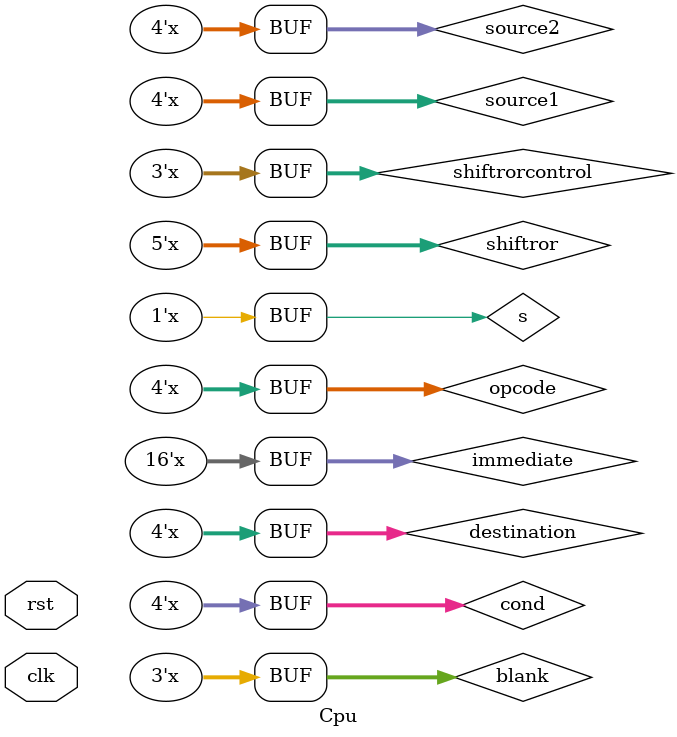
<source format=v>
module Cpu (clk, rst);

input clk;
input rst;

reg [2:0] state, next_state;
parameter [2:0] LOAD=3'b000, FETCH=3'b001, DECODE=3'b010, EXECUTE=3'b011;

reg [7:0] pc, next_pc; // Program Counter

reg [31:0] instruction;
wire condition_met;

wire [3:0] flags;

// Instruction
reg [3:0] cond;
reg [3:0] opcode;
reg s;
reg [3:0] destination;
reg [3:0] source2;
reg [3:0] source1;
reg [4:0] shiftror;
reg [2:0] blank;
reg [2:0] shiftrorcontrol;
reg [15:0] immediate;

// TODO
reg [15:0] pc_instruction_access;

// reg & memory
wire [31:0] reg_to_alu_source1;
wire [31:0] reg_to_alu_source2;

// alu & memorycontrol
wire [31:0] alu_result;

// memorycontrol & reg
wire [31:0] memorycontrol_to_reg;
wire ldr_sel;
wire [31:0] ldrdata_to_reg;

// memory & memorycontrol
wire rw;
wire [31:0] data_memory_to_memorycontrol;
wire [31:0] data_memorycontrol_to_memory;
wire address_bus_sel;
wire [15:0] address_bus_data_access;
wire [15:0] address_bus;

// Instruction Detail
// cond = instruction[31:28];
// opcode = instruction[27:24];
// s = instruction[23];
// destination = instruction[22:19];
// source1 = instruction[18:15];
// source2 = instruction[14:11];
// shiftror = instruction[10:6];
// shiftrorcontrol = instruction[2:0];

always@(posedge clk or negedge rst) begin
    if(!rst) begin
        state <= LOAD;
        pc <= 0;
    end
    else begin
        state <= next_state;
        pc <= next_pc;
    end
end

always@(*) begin
    case(state)
    LOAD: begin
        next_state = FETCH;
        next_pc = pc;
    end
    FETCH: begin
        // Read instruction from memory
        instruction = ram.memory[pc];
        next_state = DECODE;
        next_pc = pc;
    end
    DECODE: begin
        cond = instruction[31:28];
        if(cond != 4'b0000 && !condition_met) begin
            next_state = FETCH;
            next_pc = pc;
        end
        else begin
            // Decode instruction
            {cond, opcode, s, destination, source1, source2, shiftror, blank, shiftrorcontrol} <= instruction;
            immediate <= instruction[18:3];

            next_state = EXECUTE;
            next_pc = pc;
        end
    end
    EXECUTE: begin
        next_state = FETCH;
        // pc increment
        next_pc = pc + 1;
    end
    default: begin
        next_state = FETCH;
        next_pc = pc;
    end
    endcase
end

RAM_2_16x32 ram(
    .data_input(data_memorycontrol_to_memory),
    .data_output(data_memory_to_memorycontrol),
    .RW(rw),
    .address(address_bus)
);

MemoryController mc (
  .Opcode(opcode),
  .Address(reg_to_alu_source1),  // Source1
  .Data(reg_to_alu_source2),     // Source2
  .Din(data_memory_to_memorycontrol),
  .LDRSel(ldr_sel),
  .AddressBusSel(address_bus_sel),
  .RW(rw),
  .LDRDataToDestReg(ldrdata_to_reg),
  .AddressBus(address_bus_data_access),
  .Dout(data_memorycontrol_to_memory)
);

Register register (
  .Destination(destination),
  .RegSource1(source1),
  .RegSource2(source2),
  .Din(memorycontrol_to_reg),
  .Source1(reg_to_alu_source1),
  .Source2(reg_to_alu_source2)
);

Mux_2x1 ldrmux(
    .In1(ldrdata_to_reg),
    .In2(alu_result),
    .Sel(ldr_sel),
    .Out(memorycontrol_to_reg)
);

Mux_2x1 #(.N(16)) addbusmux(
    .In1(address_bus_data_access),
    .In2(pc_instruction_access),
    .Sel(address_bus_sel),
    .Out(address_bus)
);


Alu alu(
    .In1(reg_to_alu_source1),
    .In2(reg_to_alu_source2),
    .Out(alu_result),
    .Opcode(opcode),
    .Cond(cond),
    .S(s),
    .SR_Cont(shiftrorcontrol),
    .SR_Bit(shiftror),
    .Flags(flags),
    .Immediate(immediate),
    .Condition_met(condition_met)
);

endmodule
</source>
